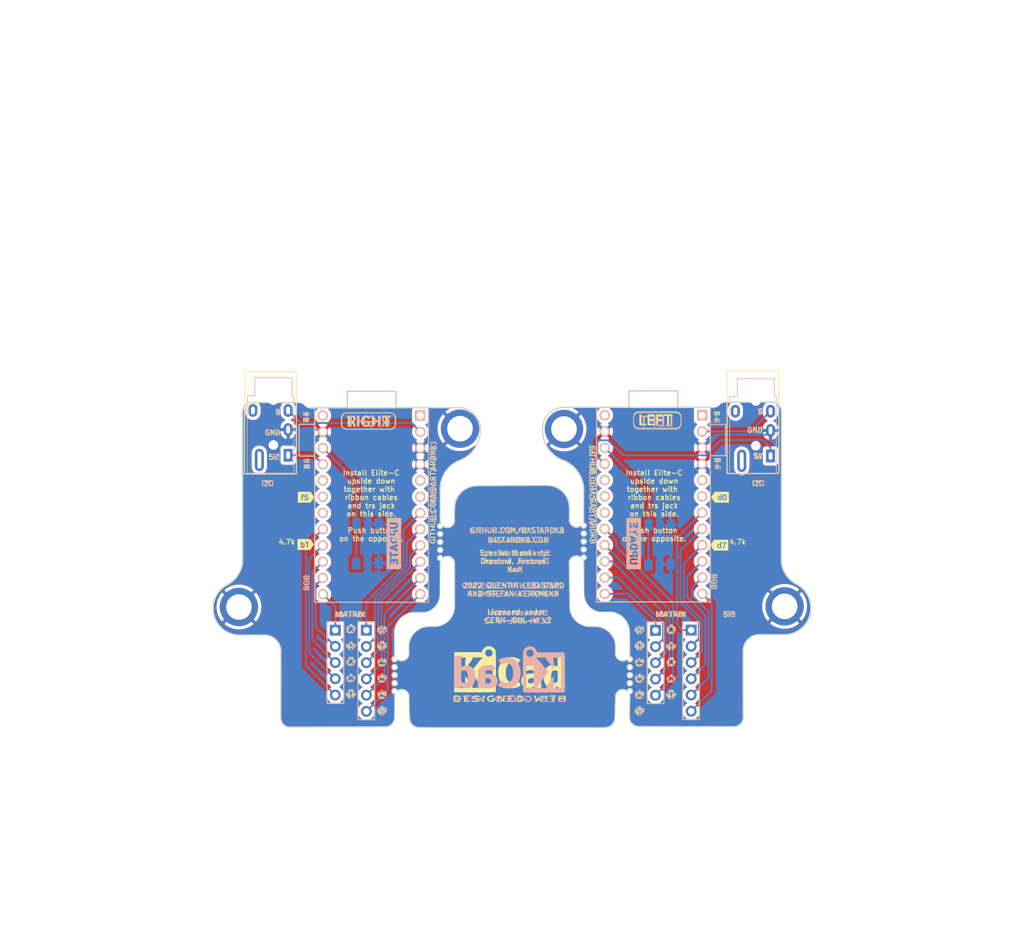
<source format=kicad_pcb>
(kicad_pcb (version 20240108) (generator "pcbnew") (generator_version "8.0")
  (layers (0 "F.Cu" signal) (31 "B.Cu" signal) (34 "B.Paste" user) (35 "F.Paste" user) (36 "B.SilkS" user "B.Silkscreen") (37 "F.SilkS" user "F.Silkscreen") (38 "B.Mask" user) (39 "F.Mask" user) (44 "Edge.Cuts" user))
  (net 0 "")
  (net 2 "Rst")
  (net 4 "Rst2")
  (net 7 "col3_l")
  (net 8 "row1_l")
  (net 9 "col2_l")
  (net 10 "col1_l")
  (net 11 "row2_l")
  (net 12 "row4_l")
  (net 13 "row3_l")
  (net 14 "col4_l")
  (net 15 "col5_l")
  (net 16 "col6_l")
  (net 17 "row5_l")
  (net 18 "col3_r")
  (net 19 "row1_r")
  (net 20 "col2_r")
  (net 21 "col1_r")
  (net 22 "row2_r")
  (net 23 "row4_r")
  (net 24 "row3_r")
  (net 25 "col4_r")
  (net 26 "col5_r")
  (net 27 "col6_r")
  (net 28 "row5_r")
  (net 29 "GND")
  (net 32 "+5V")
  (net 33 "serial_r")
  (net 39 "serial_l")
  (footprint "Library:5_PinHeader" (layer "F.Cu") (at 127.832542 102.8)
    (property "Reference" "J9" (hide yes))
    (property "Value" "Ribbon")
  )
  (footprint "LOGO" (layer "F.Cu") (at 155 109.7)
    (property "Reference" "G***" (hide yes))
    (property "Value" "LOGO" (hide yes))
  )
  (footprint "Library:6_PinHeader" (layer "F.Cu") (at 183.489459 102.790001)
    (property "Reference" "J12" (hide yes))
    (property "Value" "Ribbon")
  )
  (footprint "kibuzzard-61F01940" (layer "F.Cu") (at 130.15 100.307596)
    (property "Reference" "kibuzzard-61F01940" (hide yes))
    (property "Value" "G***" (hide yes))
  )
  (footprint "Library:MountingHole_4mm_Pad_thin" (layer "F.Cu") (at 198.103921 99.08266)
    (property "Reference" "H3" (hide yes))
    (property "Value" "M4")
  )
  (footprint "kibuzzard-6208EE22" (layer "F.Cu") (at 188 82)
    (property "Reference" "kibuzzard-6208EE22" (hide yes))
    (property "Value" "G***" (hide yes))
  )
  (footprint "kibuzzard-620B8D91" (layer "F.Cu") (at 117.25 79.8)
    (property "Reference" "kibuzzard-620B8D91" (hide yes))
    (property "Value" "G***" (hide yes))
  )
  (footprint "Library:5_PinHeader" (layer "F.Cu") (at 177.91 102.84)
    (property "Reference" "J11" (hide yes))
    (property "Value" "Ribbon")
  )
  (footprint "kibuzzard-62094D1C" (layer "F.Cu") (at 187.9 89.5)
    (property "Reference" "kibuzzard-62094D1C" (hide yes))
    (property "Value" "G***" (hide yes))
  )
  (footprint "Library:MountingHole_4mm_Pad_thin" (layer "F.Cu") (at 112.76262 99.18266)
    (property "Reference" "H4" (hide yes))
    (property "Value" "M4")
  )
  (footprint "kibuzzard-61F019CB" (layer "F.Cu") (at 187.1 95.22795 -90)
    (property "Reference" "kibuzzard-61F019CB" (hide yes))
    (property "Value" "G***" (hide yes))
  )
  (footprint "Library:MountingHole_4mm_Pad_thin" (layer "F.Cu") (at 147.33762 71.28266)
    (property "Reference" "H2" (hide yes))
    (property "Value" "M4")
  )
  (footprint "kibuzzard-6208EFFE" (layer "F.Cu") (at 177.972311 69.878921)
    (property "Reference" "kibuzzard-6208EFFE" (hide yes))
    (property "Value" "G***" (hide yes))
  )
  (footprint "kibuzzard-61F01B61" (layer "F.Cu") (at 133.131898 70.089775)
    (property "Reference" "kibuzzard-61F01B61" (hide yes))
    (property "Value" "G***" (hide yes))
  )
  (footprint "kibuzzard-620B8D91" (layer "F.Cu") (at 194 79.8)
    (property "Reference" "kibuzzard-620B8D91" (hide yes))
    (property "Value" "G***" (hide yes))
  )
  (footprint "kibuzzard-61F01A92" (layer "F.Cu") (at 168.07 81.6 -90)
    (property "Reference" "kibuzzard-61F01A92" (hide yes))
    (property "Value" "G***" (hide yes))
  )
  (footprint "kibuzzard-62093EDE" (layer "F.Cu") (at 123.2 89.4)
    (property "Reference" "kibuzzard-62093EDE" (hide yes))
    (property "Value" "G***" (hide yes))
  )
  (footprint "kibuzzard-6208EDFE" (layer "F.Cu") (at 123.25 82)
    (property "Reference" "kibuzzard-6208EDFE" (hide yes))
    (property "Value" "G***" (hide yes))
  )
  (footprint "kibuzzard-61F01940" (layer "F.Cu") (at 180.2962 100.287596)
    (property "Reference" "kibuzzard-61F01940" (hide yes))
    (property "Value" "G***" (hide yes))
  )
  (footprint "Library:MountingHole_4mm_Pad_thin" (layer "F.Cu") (at 163.603921 71.33266)
    (property "Reference" "H1" (hide yes))
    (property "Value" "M4")
  )
  (footprint "kibuzzard-61F019CB" (layer "F.Cu") (at 123.3 95.39205 90)
    (property "Reference" "kibuzzard-61F019CB" (hide yes))
    (property "Value" "G***" (hide yes))
  )
  (footprint "kibuzzard-61F01A92" (layer "F.Cu") (at 143.1 81.6 90)
    (property "Reference" "kibuzzard-61F01A92" (hide yes))
    (property "Value" "G***" (hide yes))
  )
  (footprint "kibuzzard-61F01957" (layer "F.Cu") (at 189.423399 100.299999)
    (property "Reference" "kibuzzard-61F01957" (hide yes))
    (property "Value" "G***" (hide yes))
  )
  (footprint "Library:6_PinHeader" (layer "F.Cu") (at 132.689684 102.819999)
    (property "Reference" "J10" (hide yes))
    (property "Value" "Ribbon")
  )
  (footprint "kibuzzard-61F01957" (layer "B.Cu") (at 189.443399 100.299999 180)
    (property "Reference" "kibuzzard-61F01957" (hide yes))
    (property "Value" "G***" (hide yes))
  )
  (footprint "kibuzzard-61F01C84" (layer "B.Cu") (at 137 89.25 -90)
    (property "Reference" "kibuzzard-61F01C84" (hide yes))
    (property "Value" "G***" (hide yes))
  )
  (footprint "kibuzzard-61F019CB" (layer "B.Cu") (at 123.3 95.42 -90)
    (property "Reference" "kibuzzard-61F019CB" (hide yes))
    (property "Value" "G***" (hide yes))
  )
  (footprint "kibuzzard-620B8D91" (layer "B.Cu") (at 194 79.8 180)
    (property "Reference" "kibuzzard-620B8D91" (hide yes))
    (property "Value" "G***" (hide yes))
  )
  (footprint "Library:Jack_3.5mm_PJ320E_Horizontal" (layer "B.Cu") (at 195.898921 75.55266 180)
    (property "Reference" "J2" (hide yes))
    (property "Value" "Serial")
  )
  (footprint "Library:ProMicro" (layer "B.Cu") (at 177.59 83.15 -90)
    (property "Reference" "U4" (hide yes))
    (property "Value" "ProMicro")
  )
  (footprint "Library:PushSwitch" (layer "B.Cu") (at 178.6 89.5 -90)
    (property "Reference" "SW2" (hide yes))
    (property "Value" "SW_SPST")
  )
  (footprint "kibuzzard-61F01C84" (layer "B.Cu") (at 174.5 89.25 90)
    (property "Reference" "kibuzzard-61F01C84" (hide yes))
    (property "Value" "G***" (hide yes))
  )
  (footprint "kibuzzard-6208EFFE" (layer "B.Cu") (at 177.972311 70.078921 180)
    (property "Reference" "kibuzzard-6208EFFE" (hide yes))
    (property "Value" "G***" (hide yes))
  )
  (footprint "Library:ProMicro" (layer "B.Cu") (at 133.51 83.2 -90)
    (property "Reference" "U3" (hide yes))
    (property "Value" "ProMicro")
  )
  (footprint "kibuzzard-620B8D91" (layer "B.Cu") (at 117.25 79.8 180)
    (property "Reference" "kibuzzard-620B8D91" (hide yes))
    (property "Value" "G***" (hide yes))
  )
  (footprint "Library:PushSwitch" (layer "B.Cu") (at 132.9 89.3 -90)
    (property "Reference" "SW1" (hide yes))
    (property "Value" "SW_SPST")
  )
  (footprint "Library:Jack_3.5mm_PJ320E_Horizontal" (layer "B.Cu") (at 120.45262 75.42766 180)
    (property "Reference" "J1" (hide yes))
    (property "Value" "Serial" (hide yes))
  )
  (footprint "kibuzzard-61F01940" (layer "B.Cu") (at 130.2 100.307596 180)
    (property "Reference" "kibuzzard-61F01940" (hide yes))
    (property "Value" "G***" (hide yes))
  )
  (footprint "LOGO" (layer "B.Cu") (at 155.137365 109.729936 180)
    (property "Reference" "G***" (hide yes))
    (property "Value" "LOGO" (hide yes))
  )
  (footprint "kibuzzard-61F01940" (layer "B.Cu") (at 180.3462 100.287596 180)
    (property "Reference" "kibuzzard-61F01940" (hide yes))
    (property "Value" "G***" (hide yes))
  )
  (footprint "kibuzzard-61F01B61" (layer "B.Cu") (at 132.951528 70.110754 180)
    (property "Reference" "kibuzzard-61F01B61" (hide yes))
    (property "Value" "G***" (hide yes))
  )
  (footprint "kibuzzard-61F019CB" (layer "B.Cu") (at 187.1 95.2 90)
    (property "Reference" "kibuzzard-61F019CB" (hide yes))
    (property "Value" "G***" (hide yes))
  )
  (gr_arc (start 129.654811 71.391078) (mid 129.111527 71.160324) (end 128.873922 70.62) (stroke (width 0.15)) (layer "B.SilkS"))
  (gr_line (start 181.893389 69.571081) (end 181.893389 70.590192) (stroke (width 0.12)) (layer "B.SilkS"))
  (gr_rect (start 122.17 70.61) (end 124.57 75.56) (stroke (width 0.15)) (fill none) (layer "B.SilkS"))
  (gr_arc (start 175.272311 71.371081) (mid 174.72906 71.140293) (end 174.491422 70.600003) (stroke (width 0.12)) (layer "B.SilkS"))
  (gr_line (start 136.495 68.82) (end 129.67 68.82) (stroke (width 0.15)) (layer "B.SilkS"))
  (gr_arc (start 181.1125 68.800003) (mid 181.655751 69.030791) (end 181.893389 69.571081) (stroke (width 0.12)) (layer "B.SilkS"))
  (gr_arc (start 181.893389 70.590192) (mid 181.653719 71.142086) (end 181.097311 71.371082) (stroke (width 0.12)) (layer "B.SilkS"))
  (gr_line (start 175.272311 71.371081) (end 181.097311 71.371081) (stroke (width 0.12)) (layer "B.SilkS"))
  (gr_line (start 174.491422 70.600003) (end 174.491422 69.580892) (stroke (width 0.12)) (layer "B.SilkS"))
  (gr_line (start 181.1125 68.800003) (end 175.2875 68.800002) (stroke (width 0.12)) (layer "B.SilkS"))
  (gr_arc (start 136.495 68.82) (mid 137.038284 69.050754) (end 137.275889 69.591078) (stroke (width 0.15)) (layer "B.SilkS"))
  (gr_line (start 129.654811 71.391078) (end 136.479811 71.391079) (stroke (width 0.15)) (layer "B.SilkS"))
  (gr_line (start 137.275889 69.591078) (end 137.275889 70.610189) (stroke (width 0.15)) (layer "B.SilkS"))
  (gr_arc (start 174.491422 69.580892) (mid 174.731092 69.028998) (end 175.2875 68.800002) (stroke (width 0.12)) (layer "B.SilkS"))
  (gr_line (start 128.873922 70.62) (end 128.873922 69.600889) (stroke (width 0.15)) (layer "B.SilkS"))
  (gr_arc (start 128.873922 69.600889) (mid 129.113616 69.04902) (end 129.67 68.819999) (stroke (width 0.15)) (layer "B.SilkS"))
  (gr_rect (start 186.47 70.6) (end 188.87 75.5) (stroke (width 0.15)) (fill none) (layer "B.SilkS"))
  (gr_arc (start 137.275889 70.610189) (mid 137.036195 71.162058) (end 136.479811 71.391079) (stroke (width 0.15)) (layer "B.SilkS"))
  (gr_rect (start 186.47 70.6) (end 188.87 75.52) (stroke (width 0.15)) (fill none) (layer "F.SilkS"))
  (gr_line (start 128.807537 70.58921) (end 128.807537 69.570099) (stroke (width 0.15)) (layer "F.SilkS"))
  (gr_line (start 129.603615 71.3701) (end 136.428615 71.370099) (stroke (width 0.15)) (layer "F.SilkS"))
  (gr_arc (start 137.209504 70.599021) (mid 136.971899 71.139345) (end 136.428615 71.370099) (stroke (width 0.15)) (layer "F.SilkS"))
  (gr_line (start 181.893389 69.409811) (end 181.893389 70.428922) (stroke (width 0.12)) (layer "F.SilkS"))
  (gr_arc (start 181.893389 70.428922) (mid 181.655751 70.969212) (end 181.1125 71.2) (stroke (width 0.12)) (layer "F.SilkS"))
  (gr_rect (start 122.17 70.61) (end 124.57 75.58) (stroke (width 0.15)) (fill none) (layer "F.SilkS"))
  (gr_arc (start 181.097311 68.628921) (mid 181.653719 68.857917) (end 181.893389 69.409811) (stroke (width 0.12)) (layer "F.SilkS"))
  (gr_arc (start 175.2875 71.200001) (mid 174.731092 70.971005) (end 174.491422 70.419111) (stroke (width 0.12)) (layer "F.SilkS"))
  (gr_arc (start 174.491422 69.4) (mid 174.72906 68.85971) (end 175.272311 68.628922) (stroke (width 0.12)) (layer "F.SilkS"))
  (gr_line (start 174.491422 70.419111) (end 174.491422 69.4) (stroke (width 0.12)) (layer "F.SilkS"))
  (gr_line (start 181.097311 68.628921) (end 175.272311 68.628922) (stroke (width 0.12)) (layer "F.SilkS"))
  (gr_arc (start 128.807537 69.570099) (mid 129.045142 69.029775) (end 129.588426 68.799021) (stroke (width 0.15)) (layer "F.SilkS"))
  (gr_arc (start 129.603615 71.3701) (mid 129.047231 71.141079) (end 128.807537 70.58921) (stroke (width 0.15)) (layer "F.SilkS"))
  (gr_line (start 175.2875 71.2) (end 181.1125 71.2) (stroke (width 0.12)) (layer "F.SilkS"))
  (gr_rect (start 113.62762 62.38266) (end 121.73762 78.38266) (stroke (width 0.15)) (fill none) (layer "F.SilkS"))
  (gr_line (start 137.209504 69.57991) (end 137.209504 70.599021) (stroke (width 0.15)) (layer "F.SilkS"))
  (gr_rect (start 189.088921 62.28266) (end 197.198921 78.28266) (stroke (width 0.15)) (fill none) (layer "F.SilkS"))
  (gr_arc (start 136.413426 68.79902) (mid 136.96981 69.028041) (end 137.209504 69.57991) (stroke (width 0.15)) (layer "F.SilkS"))
  (gr_line (start 136.413426 68.799021) (end 129.588426 68.799021) (stroke (width 0.15)) (layer "F.SilkS"))
  (gr_arc (start 173.792097 112.733917) (mid 173.876853 112.972999) (end 173.90589 113.224993) (stroke (width 0.2)) (layer "Edge.Cuts"))
  (gr_arc (start 113.341486 91.773749) (mid 112.713926 94.049213) (end 111.001486 95.673749) (stroke (width 0.2)) (layer "Edge.Cuts"))
  (gr_line (start 168.715247 102.254538) (end 167.490399 102.254538) (stroke (width 0.1)) (layer "Edge.Cuts"))
  (gr_line (start 137.096291 106.475003) (end 137.07 103.02) (stroke (width 0.1)) (layer "Edge.Cuts"))
  (gr_arc (start 123.961303 68.03306) (mid 123.432539 67.923329) (end 123 67.6) (stroke (width 0.1)) (layer "Edge.Cuts"))
  (gr_line (start 120.775358 117.982362) (end 135.631351 117.953354) (stroke (width 0.2)) (layer "Edge.Cuts"))
  (gr_circle (center 166.676385 90.188657) (end 166.676385 90.588657) (stroke (width 0.2)) (fill none) (layer "Edge.Cuts"))
  (gr_arc (start 144.230005 80.872466) (mid 144.961194 78.178153) (end 147.046951 76.322466) (stroke (width 0.2)) (layer "Edge.Cuts"))
  (gr_line (start 170.932032 99.95202) (end 169.060898 99.95202) (stroke (width 0.1)) (layer "Edge.Cuts"))
  (gr_line (start 141.87 100.02) (end 139.998866 100.02) (stroke (width 0.1)) (layer "Edge.Cuts"))
  (gr_circle (center 137.102181 109.849998) (end 137.102181 110.249998) (stroke (width 0.2)) (fill none) (layer "Edge.Cuts"))
  (gr_arc (start 146.48 85.627716) (mid 145.830958 86.649039) (end 144.631224 86.490941) (stroke (width 0.2)) (layer "Edge.Cuts"))
  (gr_line (start 139.454235 116.557869) (end 139.358068 113.221065) (stroke (width 0.1)) (layer "Edge.Cuts"))
  (gr_arc (start 144.353864 91.890163) (mid 143.92409 91.26161) (end 144.640003 91.520942) (stroke (width 0.2)) (layer "Edge.Cuts"))
  (gr_arc (start 191.628074 116.465413) (mid 191.192415 117.495394) (end 190.15554 117.914382) (stroke (width 0.2)) (layer "Edge.Cuts"))
  (gr_line (start 146.48 85.627716) (end 146.488218 83.7) (stroke (width 0.1)) (layer "Edge.Cuts"))
  (gr_line (start 140.903204 118.03399) (end 170.087195 118.041847) (stroke (width 0.1)) (layer "Edge.Cuts"))
  (gr_arc (start 166.560598 91.822183) (mid 166.648817 92.061652) (end 166.689112 92.313653) (stroke (width 0.2)) (layer "Edge.Cuts"))
  (gr_line (start 173.90589 113.224993) (end 173.837548 116.409253) (stroke (width 0.1)) (layer "Edge.Cuts"))
  (gr_arc (start 168.715247 102.254538) (mid 170.739638 103.207857) (end 171.644113 105.254538) (stroke (width 0.1)) (layer "Edge.Cuts"))
  (gr_arc (start 173.504672 112.365697) (mid 174.219675 112.103869) (end 173.792097 112.733917) (stroke (width 0.2)) (layer "Edge.Cuts"))
  (gr_line (start 144.230005 85.631645) (end 144.230005 80.872466) (stroke (width 0.1)) (layer "Edge.Cuts"))
  (gr_line (start 112.943471 103.585074) (end 116.773949 103.576051) (stroke (width 0.2)) (layer "Edge.Cuts"))
  (gr_arc (start 147.305648 67.994096) (mid 149.64034 69.075303) (end 150.500942 71.5) (stroke (width 0.2)) (layer "Edge.Cuts"))
  (gr_arc (start 144.17 97.12) (mid 143.551367 98.991429) (end 141.87 100.02) (stroke (width 0.1)) (layer "Edge.Cuts"))
  (gr_arc (start 199.929412 95.605769) (mid 202.084528 100.328794) (end 197.987427 103.517094) (stroke (width 0.2)) (layer "Edge.Cuts"))
  (gr_circle (center 144.233714 87.756642) (end 144.233714 88.156642) (stroke (width 0.2)) (fill none) (layer "Edge.Cuts"))
  (gr_arc (start 173.894109 106.475005) (mid 173.865952 106.727098) (end 173.782031 106.966475) (stroke (width 0.2)) (layer "Edge.Cuts"))
  (gr_arc (start 160.25 71.5) (mid 161.167564 68.985797) (end 163.62525 67.926116) (stroke (width 0.2)) (layer "Edge.Cuts"))
  (gr_line (start 137.108072 113.224991) (end 137.09335 116.477233) (stroke (width 0.1)) (layer "Edge.Cuts"))
  (gr_circle (center 144.235895 89.00664) (end 144.235895 89.40664) (stroke (width 0.2)) (fill none) (layer "Edge.Cuts"))
  (gr_arc (start 150.500942 71.5) (mid 149.564986 74.477799) (end 147.046951 76.322466) (stroke (width 0.2)) (layer "Edge.Cuts"))
  (gr_circle (center 173.902181 111.099996) (end 173.902181 110.699996) (stroke (width 0.2)) (fill none) (layer "Edge.Cuts"))
  (gr_arc (start 137.506289 112.3643) (mid 138.705464 112.202013) (end 139.358068 113.221065) (stroke (width 0.2)) (layer "Edge.Cuts"))
  (gr_arc (start 144.640003 91.520942) (mid 145.839178 91.358655) (end 146.491782 92.377707) (stroke (width 0.2)) (layer "Edge.Cuts"))
  (gr_line (start 186.969595 67.96508) (end 163.62525 67.926116) (stroke (width 0.2)) (layer "Edge.Cuts"))
  (gr_arc (start 144.241786 92.381633) (mid 144.269943 92.12954) (end 144.353864 91.890163) (stroke (width 0.2)) (layer "Edge.Cuts"))
  (gr_line (start 171.644113 106.478931) (end 171.644113 105.254538) (stroke (width 0.1)) (layer "Edge.Cuts"))
  (gr_line (start 144.17 97.12) (end 144.241786 92.381633) (stroke (width 0.1)) (layer "Edge.Cuts"))
  (gr_line (start 191.616949 106.048071) (end 191.628074 116.465413) (stroke (width 0.2)) (layer "Edge.Cuts"))
  (gr_arc (start 170.932032 99.95202) (mid 172.956423 100.905339) (end 173.860898 102.95202) (stroke (width 0.1)) (layer "Edge.Cuts"))
  (gr_arc (start 139.346286 106.471074) (mid 138.697244 107.492397) (end 137.49751 107.334299) (stroke (width 0.2)) (layer "Edge.Cuts"))
  (gr_arc (start 137.210084 106.966079) (mid 137.125328 106.726997) (end 137.096291 106.475003) (stroke (width 0.2)) (layer "Edge.Cuts"))
  (gr_line (start 164.434462 85.559736) (end 164.44268 83.63202) (stroke (width 0.1)) (layer "Edge.Cuts"))
  (gr_line (start 166.689112 92.313653) (end 166.760898 97.05202) (stroke (width 0.1)) (layer "Edge.Cuts"))
  (gr_line (start 146.491782 92.377707) (end 146.5 99.317815) (stroke (width 0.1)) (layer "Edge.Cuts"))
  (gr_arc (start 166.283238 86.422961) (mid 165.083504 86.581059) (end 164.434462 85.559736) (stroke (width 0.2)) (layer "Edge.Cuts"))
  (gr_circle (center 173.9 109.849998) (end 173.9 109.449998) (stroke (width 0.2)) (fill none) (layer "Edge.Cuts"))
  (gr_line (start 147.305648 67.994096) (end 123.961303 68.03306) (stroke (width 0.2)) (layer "Edge.Cuts"))
  (gr_arc (start 122.1 67.2) (mid 122.587196 67.31631) (end 123 67.6) (stroke (width 0.1)) (layer "Edge.Cuts"))
  (gr_line (start 139.346286 105.246681) (end 139.346286 106.471074) (stroke (width 0.1)) (layer "Edge.Cuts"))
  (gr_arc (start 187.930898 67.53202) (mid 187.498359 67.855349) (end 186.969595 67.96508) (stroke (width 0.1)) (layer "Edge.Cuts"))
  (gr_line (start 122.1 67.2) (end 114.781486 67.183749) (stroke (width 0.2)) (layer "Edge.Cuts"))
  (gr_arc (start 139.346286 105.246681) (mid 140.250761 103.2) (end 142.275152 102.246681) (stroke (width 0.1)) (layer "Edge.Cuts"))
  (gr_arc (start 167.490399 102.254538) (mid 165.443718 101.350063) (end 164.490399 99.325672) (stroke (width 0.1)) (layer "Edge.Cuts"))
  (gr_circle (center 173.897818 108.600001) (end 173.897818 108.200001) (stroke (width 0.2)) (fill none) (layer "Edge.Cuts"))
  (gr_arc (start 163.703991 76.322466) (mid 161.185957 74.477798) (end 160.25 71.5) (stroke (width 0.2)) (layer "Edge.Cuts"))
  (gr_circle (center 137.1 108.6) (end 137.1 109) (stroke (width 0.2)) (fill none) (layer "Edge.Cuts"))
  (gr_arc (start 137.497509 107.334299) (mid 136.782506 107.596127) (end 137.210084 106.966079) (stroke (width 0.2)) (layer "Edge.Cuts"))
  (gr_arc (start 169.060898 99.95202) (mid 167.379531 98.923449) (end 166.760898 97.05202) (stroke (width 0.1)) (layer "Edge.Cuts"))
  (gr_arc (start 112.943471 103.585074) (mid 108.84637 100.396774) (end 111.001486 95.673749) (stroke (width 0.2)) (layer "Edge.Cuts"))
  (gr_arc (start 144.343798 86.122721) (mid 144.259042 85.883639) (end 144.230005 85.631645) (stroke (width 0.2)) (layer "Edge.Cuts"))
  (gr_line (start 173.860898 102.95202) (end 173.894109 106.475005) (stroke (width 0.1)) (layer "Edge.Cuts"))
  (gr_line (start 175.299547 117.885374) (end 190.15554 117.914382) (stroke (width 0.2)) (layer "Edge.Cuts"))
  (gr_circle (center 137.104363 111.099995) (end 137.104363 111.499995) (stroke (width 0.2)) (fill none) (layer "Edge.Cuts"))
  (gr_arc (start 113.331486 68.653749) (mid 113.754912 67.621278) (end 114.781486 67.183749) (stroke (width 0.2)) (layer "Edge.Cuts"))
  (gr_arc (start 146.5 99.317815) (mid 145.546681 101.342206) (end 143.5 102.246681) (stroke (width 0.1)) (layer "Edge.Cuts"))
  (gr_line (start 197.589412 91.705769) (end 197.599412 68.585769) (stroke (width 0.2)) (layer "Edge.Cuts"))
  (gr_line (start 119.302824 116.533393) (end 119.313949 106.116051) (stroke (width 0.2)) (layer "Edge.Cuts"))
  (gr_arc (start 187.930898 67.53202) (mid 188.343703 67.24833) (end 188.830898 67.13202) (stroke (width 0.1)) (layer "Edge.Cuts"))
  (gr_arc (start 163.703991 76.322466) (mid 165.856247 78.16381) (end 166.684457 80.872466) (stroke (width 0.2)) (layer "Edge.Cuts"))
  (gr_arc (start 173.782031 106.966475) (mid 174.211805 107.595028) (end 173.495892 107.335696) (stroke (width 0.2)) (layer "Edge.Cuts"))
  (gr_line (start 194.156949 103.508071) (end 197.987427 103.517094) (stroke (width 0.2)) (layer "Edge.Cuts"))
  (gr_arc (start 137.09335 116.477233) (mid 136.67 117.52) (end 135.631351 117.953354) (stroke (width 0.2)) (layer "Edge.Cuts"))
  (gr_arc (start 171.655895 113.228922) (mid 172.304937 112.207599) (end 173.504671 112.365697) (stroke (width 0.2)) (layer "Edge.Cuts"))
  (gr_arc (start 173.495892 107.335696) (mid 172.296717 107.497983) (end 171.644113 106.478931) (stroke (width 0.2)) (layer "Edge.Cuts"))
  (gr_arc (start 120.775358 117.982362) (mid 119.738483 117.563374) (end 119.302824 116.533393) (stroke (width 0.2)) (layer "Edge.Cuts"))
  (gr_line (start 143.5 102.246681) (end 142.275152 102.246681) (stroke (width 0.1)) (layer "Edge.Cuts"))
  (gr_arc (start 171.536164 116.565726) (mid 171.117394 117.603878) (end 170.087195 118.041847) (stroke (width 0.2)) (layer "Edge.Cuts"))
  (gr_circle (center 166.678567 88.93866) (end 166.678567 89.33866) (stroke (width 0.2)) (fill none) (layer "Edge.Cuts"))
  (gr_circle (center 166.680748 87.688662) (end 166.680748 88.088662) (stroke (width 0.2)) (fill none) (layer "Edge.Cuts"))
  (gr_arc (start 166.684457 85.563665) (mid 166.65542 85.815659) (end 166.570664 86.054741) (stroke (width 0.2)) (layer "Edge.Cuts"))
  (gr_arc (start 116.773949 103.576051) (mid 118.57 104.32) (end 119.313949 106.116051) (stroke (width 0.2)) (layer "Edge.Cuts"))
  (gr_arc (start 144.631223 86.490941) (mid 143.91622 86.752769) (end 144.343798 86.122721) (stroke (width 0.2)) (layer "Edge.Cuts"))
  (gr_line (start 171.655895 113.228922) (end 171.536164 116.565726) (stroke (width 0.1)) (layer "Edge.Cuts"))
  (gr_arc (start 146.488218 83.7) (mid 147.519123 81.230649) (end 149.999469 80.226486) (stroke (width 0.2)) (layer "Edge.Cuts"))
  (gr_arc (start 137.108072 113.224991) (mid 137.136229 112.972898) (end 137.22015 112.733521) (stroke (width 0.2)) (layer "Edge.Cuts"))
  (gr_line (start 196.149412 67.115769) (end 188.830898 67.13202) (stroke (width 0.2)) (layer "Edge.Cuts"))
  (gr_arc (start 137.07 103.02) (mid 137.974475 100.973319) (end 139.998866 100.02) (stroke (width 0.1)) (layer "Edge.Cuts"))
  (gr_arc (start 140.903204 118.03399) (mid 139.873005 117.596021) (end 139.454235 116.557869) (stroke (width 0.2)) (layer "Edge.Cuts"))
  (gr_arc (start 175.299547 117.885374) (mid 174.260898 117.45202) (end 173.837548 116.409253) (stroke (width 0.2)) (layer "Edge.Cuts"))
  (gr_line (start 164.42268 92.309727) (end 164.490399 99.325672) (stroke (width 0.1)) (layer "Edge.Cuts"))
  (gr_arc (start 199.929412 95.605769) (mid 198.216972 93.981233) (end 197.589412 91.705769) (stroke (width 0.2)) (layer "Edge.Cuts"))
  (gr_line (start 166.684457 80.872466) (end 166.684457 85.563665) (stroke (width 0.1)) (layer "Edge.Cuts"))
  (gr_arc (start 164.42268 92.309727) (mid 165.075283 91.290673) (end 166.274459 91.452962) (stroke (width 0.2)) (layer "Edge.Cuts"))
  (gr_arc (start 196.149412 67.115769) (mid 197.175986 67.553298) (end 197.599412 68.585769) (stroke (width 0.2)) (layer "Edge.Cuts"))
  (gr_arc (start 160.931429 80.158506) (mid 163.411775 81.162669) (end 164.44268 83.63202) (stroke (width 0.2)) (layer "Edge.Cuts"))
  (gr_circle (center 144.238077 90.256637) (end 144.238077 90.656637) (stroke (width 0.2)) (fill none) (layer "Edge.Cuts"))
  (gr_arc (start 137.22015 112.733521) (mid 136.790376 112.104968) (end 137.506289 112.3643) (stroke (width 0.2)) (layer "Edge.Cuts"))
  (gr_line (start 113.331486 68.653749) (end 113.341486 91.773749) (stroke (width 0.2)) (layer "Edge.Cuts"))
  (gr_arc (start 166.570664 86.054741) (mid 166.998242 86.684789) (end 166.283239 86.422961) (stroke (width 0.2)) (layer "Edge.Cuts"))
  (gr_arc (start 166.274459 91.452962) (mid 166.990372 91.19363) (end 166.560598 91.822183) (stroke (width 0.2)) (layer "Edge.Cuts"))
  (gr_line (start 149.999469 80.226486) (end 160.931429 80.158506) (stroke (width 0.1)) (layer "Edge.Cuts"))
  (gr_arc (start 191.616949 106.048071) (mid 192.360898 104.25202) (end 194.156949 103.508071) (stroke (width 0.2)) (layer "Edge.Cuts"))
  (gr_text "ELITE-C HOLDER 2.1" (at 143.25 79.55 90) (layer "B.SilkS") (effects (font (size 0.8 0.8)) (justify mirror)))
  (gr_text "R4" (at 175.37 102.76 -45) (layer "B.SilkS") (effects (font (size 0.8 0.8)) (justify mirror)))
  (gr_text "C2" (at 180.3462 107.82 -45) (layer "B.SilkS") (effects (font (size 0.8 0.8)) (justify mirror)))
  (gr_text "C4" (at 175.37 107.84 -45) (layer "B.SilkS") (effects (font (size 0.8 0.8)) (justify mirror)))
  (gr_text "R4" (at 135.0938 102.760001 315) (layer "B.SilkS") (effects (font (size 0.8 0.8)) (justify mirror)))
  (gr_text "C6" (at 135.0938 112.920001 315) (layer "B.SilkS") (effects (font (size 0.8 0.8)) (justify mirror)))
  (gr_text "R5" (at 135.0938 115.460001 315) (layer "B.SilkS") (effects (font (size 0.8 0.8)) (justify mirror)))
  (gr_text "R2" (at 180.3462 112.9 -45) (layer "B.SilkS") (effects (font (size 0.8 0.8)) (justify mirror)))
  (gr_text "C6" (at 175.37 112.92 -45) (layer "B.SilkS") (effects (font (size 0.8 0.8)) (justify mirror)))
  (gr_text "R5" (at 175.3446 115.454058 -45) (layer "B.SilkS") (effects (font (size 0.8 0.8)) (justify mirror)))
  (gr_text "GND" (at 117.984762 71.88 0) (layer "B.SilkS") (effects (font (size 0.8 0.8)) (justify mirror)))
  (gr_text "B-" (at 187.6 76.8 270) (layer "B.SilkS") (effects (font (size 0.8 0.8)) (justify mirror)))
  (gr_text "GND" (at 193.414762 71.55 0) (layer "B.SilkS") (effects (font (size 0.8 0.8)) (justify mirror)))
  (gr_text "C1" (at 130.25 110.279999 -45) (layer "B.SilkS") (effects (font (size 0.8 0.8)) (justify mirror)))
  (gr_text "R1" (at 180.3462 105.28 -45) (layer "B.SilkS") (effects (font (size 0.8 0.8)) (justify mirror)))
  (gr_text "5V" (at 193.91 75.65 0) (layer "B.SilkS") (effects (font (size 0.8 0.8)) (justify mirror)))
  (gr_text "R1" (at 130.25 105.199999 -45) (layer "B.SilkS") (effects (font (size 0.8 0.8)) (justify mirror)))
  (gr_text "C5" (at 175.37 110.38 -45) (layer "B.SilkS") (effects (font (size 0.8 0.8)) (justify mirror)))
  (gr_text "2022 QUENTIN LEBASTARD\nAND STEFAN KERKMANN\n" (at 155.55 96.5 0) (layer "B.SilkS") (effects (font (size 0.8 0.8)) (justify mirror)))
  (gr_text "C4" (at 135.0938 107.840001 315) (layer "B.SilkS") (effects (font (size 0.8 0.8)) (justify mirror)))
  (gr_text "ELITE-C HOLDER 2.1" (at 167.95 80.05 270) (layer "B.SilkS") (effects (font (size 0.8 0.8)) (justify mirror)))
  (gr_text "BASTARDKB.COM" (at 156.47 88.72 0) (layer "B.SilkS") (effects (font (size 0.8 0.8) (thickness 0.12)) (justify mirror)))
  (gr_text "Special thanks to:\nDrashna, Freznel \nKarl" (at 155.92 92.02 0) (layer "B.SilkS") (effects (font (size 0.8 0.8)) (justify mirror)))
  (gr_text "R3" (at 135.0938 105.300001 315) (layer "B.SilkS") (effects (font (size 0.8 0.8)) (justify mirror)))
  (gr_text "S" (at 194.252857 68.65 0) (layer "B.SilkS") (effects (font (size 0.8 0.8)) (justify mirror)))
  (gr_text "S" (at 118.822857 68.68 0) (layer "B.SilkS") (effects (font (size 0.8 0.8)) (justify mirror)))
  (gr_text "5V" (at 118.48 75.68 0) (layer "B.SilkS") (effects (font (size 0.8 0.8)) (justify mirror)))
  (gr_text "R2" (at 130.25 112.819999 -45) (layer "B.SilkS") (effects (font (size 0.8 0.8)) (justify mirror)))
  (gr_text "C3" (at 180.3462 102.74 -45) (layer "B.SilkS") (effects (font (size 0.8 0.8)) (justify mirror)))
  (gr_text "C3" (at 130.25 102.659999 -45) (layer "B.SilkS") (effects (font (size 0.8 0.8)) (justify mirror)))
  (gr_text "GITHUB.COM/BASTARDKB" (at 156.15 87.25 0) (layer "B.SilkS") (effects (font (size 0.8 0.8) (thickness 0.12)) (justify mirror)))
  (gr_text "R3" (at 175.37 105.3 -45) (layer "B.SilkS") (effects (font (size 0.8 0.8)) (justify mirror)))
  (gr_text "C1" (at 180.3462 110.36 -45) (layer "B.SilkS") (effects (font (size 0.8 0.8)) (justify mirror)))
  (gr_text "B-" (at 123.4 76.8 90) (layer "B.SilkS") (effects (font (size 0.8 0.8)) (justify mirror)))
  (gr_text "C2" (at 130.25 107.739999 -45) (layer "B.SilkS") (effects (font (size 0.8 0.8)) (justify mirror)))
  (gr_text "B+" (at 187.5 69.5 -90) (layer "B.SilkS") (effects (font (size 0.8 0.8)) (justify mirror)))
  (gr_text "C5" (at 135.0938 110.380001 315) (layer "B.SilkS") (effects (font (size 0.8 0.8)) (justify mirror)))
  (gr_text "Licensed under \nCERN-OHL-W v2" (at 156.22 100.72 0) (layer "B.SilkS") (effects (font (size 0.8 0.8)) (justify mirror)))
  (gr_text "B+" (at 123.3 69.5 90) (layer "B.SilkS") (effects (font (size 0.8 0.8)) (justify mirror)))
  (gr_text "R3" (at 135.17 105.3 45) (layer "F.SilkS") (effects (font (size 0.8 0.8))))
  (gr_text "R4" (at 175.4462 102.760001 45) (layer "F.SilkS") (effects (font (size 0.8 0.8))))
  (gr_text "C2" (at 130.2754 107.74 45) (layer "F.SilkS") (effects (font (size 0.8 0.8))))
  (gr_text "B-" (at 187.6 76.7 -90) (layer "F.SilkS") (effects (font (size 0.8 0.8))))
  (gr_text "C2" (at 180.3716 107.820001 45) (layer "F.SilkS") (effects (font (size 0.8 0.8))))
  (gr_text "B+" (at 123.3 69.4 90) (layer "F.SilkS") (effects (font (size 0.8 0.8))))
  (gr_text "2022 QUENTIN LEBASTARD\nAND STEFAN KERKMANN" (at 155.704994 96.470539 0) (layer "F.SilkS") (effects (font (size 0.8 0.8))))
  (gr_text "C4" (at 135.17 107.84 45) (layer "F.SilkS") (effects (font (size 0.8 0.8))))
  (gr_text "R2" (at 130.2754 112.82 45) (layer "F.SilkS") (effects (font (size 0.8 0.8))))
  (gr_text "5V" (at 118.111953 75.71 0) (layer "F.SilkS") (effects (font (size 0.8 0.8))))
  (gr_text "BASTARDKB.COM" (at 156.47 88.72 0) (layer "F.SilkS") (effects (font (size 0.8 0.8) (thickness 0.12))))
  (gr_text "R1" (at 130.2754 105.2 45) (layer "F.SilkS") (effects (font (size 0.8 0.8))))
  (gr_text "5V" (at 193.967143 75.58 0) (layer "F.SilkS") (effects (font (size 0.8 0.8))))
  (gr_text "C6" (at 175.4462 112.920001 45) (layer "F.SilkS") (effects (font (size 0.8 0.8))))
  (gr_text "R4" (at 135.17 102.76 45) (layer "F.SilkS") (effects (font (size 0.8 0.8))))
  (gr_text "Special thanks to:\nDrashna, Freznel \nKarl" (at 155.92 92.02 0) (layer "F.SilkS") (effects (font (size 0.8 0.8))))
  (gr_text "C5" (at 175.4462 110.380001 45) (layer "F.SilkS") (effects (font (size 0.8 0.8))))
  (gr_text "C1" (at 180.3716 110.360001 45) (layer "F.SilkS") (effects (font (size 0.8 0.8))))
  (gr_text "GITHUB.COM/BASTARDKB" (at 156.32 87.2 0) (layer "F.SilkS") (effects (font (size 0.8 0.8) (thickness 0.12))))
  (gr_text "R3" (at 175.4462 105.300001 45) (layer "F.SilkS") (effects (font (size 0.8 0.8))))
  (gr_text "S" (at 194.31 68.58 0) (layer "F.SilkS") (effects (font (size 0.8 0.8))))
  (gr_text "B+" (at 187.5 69.4 270) (layer "F.SilkS") (effects (font (size 0.8 0.8))))
  (gr_text "C3" (at 180.3716 102.740001 45) (layer "F.SilkS") (effects (font (size 0.8 0.8))))
  (gr_text "R5" (at 135.1954 115.454058 45) (layer "F.SilkS") (effects (font (size 0.8 0.8))))
  (gr_text "Install Elite-C\nupside down\ntogether with \nribbon cables\nand trs jack\non this side.\n\nPush button\non the opposite." (at 133.45 83.333613 0) (layer "F.SilkS") (effects (font (size 0.8 0.8))))
  (gr_text "GND" (at 118.035762 71.91 0) (layer "F.SilkS") (effects (font (size 0.8 0.8))))
  (gr_text "4.7k" (at 190.75 89 0) (layer "F.SilkS") (effects (font (size 0.8 0.8))))
  (gr_text "C5" (at 135.17 110.38 45) (layer "F.SilkS") (effects (font (size 0.8 0.8))))
  (gr_text "C3" (at 130.2754 102.66 45) (layer "F.SilkS") (effects (font (size 0.8 0.8))))
  (gr_text "R1" (at 180.3716 105.280001 45) (layer "F.SilkS") (effects (font (size 0.8 0.8))))
  (gr_text "S" (at 118.873857 68.71 0) (layer "F.SilkS") (effects (font (size 0.8 0.8))))
  (gr_text "Install Elite-C\nupside down\ntogether with \nribbon cables\nand trs jack\non this side.\n\nPush button\non the opposite." (at 177.7 83.333613 0) (layer "F.SilkS") (effects (font (size 0.8 0.8))))
  (gr_text "B-" (at 123.4 76.7 90) (layer "F.SilkS") (effects (font (size 0.8 0.8))))
  (gr_text "C4" (at 175.4462 107.840001 45) (layer "F.SilkS") (effects (font (size 0.8 0.8))))
  (gr_text "R2" (at 180.3716 112.900001 45) (layer "F.SilkS") (effects (font (size 0.8 0.8))))
  (gr_text "R5" (at 175.4462 115.460001 45) (layer "F.SilkS") (effects (font (size 0.8 0.8))))
  (gr_text "GND" (at 193.471905 71.48 0) (layer "F.SilkS") (effects (font (size 0.8 0.8))))
  (gr_text "4.7k" (at 120.25 89 0) (layer "F.SilkS") (effects (font (size 0.8 0.8))))
  (gr_text "C1" (at 130.2754 110.28 45) (layer "F.SilkS") (effects (font (size 0.8 0.8))))
  (gr_text "Licensed under \nCERN-OHL-W v2" (at 156.47 100.62 0) (layer "F.SilkS") (effects (font (size 0.8 0.8))))
  (gr_text "C6" (at 135.17 112.92 45) (layer "F.SilkS") (effects (font (size 0.8 0.8))))
  (segment (start 131.1 86.25) (end 131.15 86.2) (width 0.3) (layer "B.Cu") (net 2))
  (segment (start 131.15 79.57) (end 125.89 74.31) (width 0.3) (layer "B.Cu") (net 2))
  (segment (start 131.1 92.4) (end 131.1 86.25) (width 0.3) (layer "B.Cu") (net 2))
  (segment (start 131.15 86.2) (end 131.15 79.57) (width 0.3) (layer "B.Cu") (net 2))
  (segment (start 176.85 86.4) (end 176.85 81.14) (width 0.3) (layer "B.Cu") (net 4))
  (segment (start 176.8 86.45) (end 176.85 86.4) (width 0.3) (layer "B.Cu") (net 4))
  (segment (start 176.8 92.6) (end 176.8 86.45) (width 0.3) (layer "B.Cu") (net 4))
  (segment (start 176.85 81.14) (end 169.97 74.26) (width 0.3) (layer "B.Cu") (net 4))
  (segment (start 127.832542 99.112542) (end 125.89 97.17) (width 0.3) (layer "B.Cu") (net 7))
  (segment (start 127.832542 102.8) (end 127.832542 99.112542) (width 0.3) (layer "B.Cu") (net 7))
  (segment (start 127.832542 105.34) (end 124.74 102.247458) (width 0.3) (layer "B.Cu") (net 8))
  (segment (start 124.74 102.247458) (end 124.74 95.78) (width 0.3) (layer "B.Cu") (net 8))
  (segment (start 124.74 95.78) (end 125.89 94.63) (width 0.3) (layer "B.Cu") (net 8))
  (segment (start 124.24 93.74) (end 125.89 92.09) (width 0.3) (layer "B.Cu") (net 9))
  (segment (start 127.832542 107.88) (end 124.24 104.287458) (width 0.3) (layer "B.Cu") (net 9))
  (segment (start 124.24 104.287458) (end 124.24 93.74) (width 0.3) (layer "B.Cu") (net 9))
  (segment (start 127.832542 110.42) (end 123.74 106.327458) (width 0.3) (layer "B.Cu") (net 10))
  (segment (start 123.74 106.327458) (end 123.74 91.7) (width 0.3) (layer "B.Cu") (net 10))
  (segment (start 123.74 91.7) (end 125.89 89.55) (width 0.3) (layer "B.Cu") (net 10))
  (segment (start 123.24 89.66) (end 125.89 87.01) (width 0.3) (layer "B.Cu") (net 11))
  (segment (start 127.832542 112.96) (end 123.24 108.367458) (width 0.3) (layer "B.Cu") (net 11))
  (segment (start 123.24 108.367458) (end 123.24 89.66) (width 0.3) (layer "B.Cu") (net 11))
  (segment (start 132.689684 98.366103) (end 138.481447 92.57434) (width 0.3) (layer "B.Cu") (net 12))
  (segment (start 132.689684 102.819999) (end 132.689684 98.366103) (width 0.3) (layer "B.Cu") (net 12))
  (segment (start 138.481447 87.118553) (end 141.13 84.47) (width 0.3) (layer "B.Cu") (net 12))
  (segment (start 138.481447 92.57434) (end 138.481447 87.118553) (width 0.3) (layer "B.Cu") (net 12))
  (segment (start 134.02 104.029683) (end 134.02 97.742894) (width 0.3) (layer "B.Cu") (net 13))
  (segment (start 138.981447 89.158553) (end 141.13 87.01) (width 0.3) (layer "B.Cu") (net 13))
  (segment (start 132.689684 105.359999) (end 134.02 104.029683) (width 0.3) (layer "B.Cu") (net 13))
  (segment (start 138.981447 92.781447) (end 138.981447 89.158553) (width 0.3) (layer "B.Cu") (net 13))
  (segment (start 134.02 97.742894) (end 138.981447 92.781447) (width 0.3) (layer "B.Cu") (net 13))
  (segment (start 139.51 92.96) (end 139.51 91.14) (width 0.3) (layer "B.Cu") (net 14))
  (segment (start 134.52 106.069683) (end 134.52 97.95) (width 0.3) (layer "B.Cu") (net 14))
  (segment (start 139.54 91.14) (end 139.51 91.14) (width 0.3) (layer "B.Cu") (net 14))
  (segment (start 132.689684 107.899999) (end 134.52 106.069683) (width 0.3) (layer "B.Cu") (net 14))
  (segment (start 141.13 89.55) (end 139.54 91.14) (width 0.3) (layer "B.Cu") (net 14))
  (segment (start 134.52 97.95) (end 139.51 92.96) (width 0.3) (layer "B.Cu") (net 14))
  (segment (start 132.689684 110.439999) (end 135.02 108.109683) (width 0.3) (layer "B.Cu") (net 15))
  (segment (start 135.02 108.109683) (end 135.02 98.2) (width 0.3) (layer "B.Cu") (net 15))
  (segment (start 135.02 98.2) (end 141.13 92.09) (width 0.3) (layer "B.Cu") (net 15))
  (segment (start 135.52 110.149683) (end 135.52 100.24) (width 0.3) (layer "B.Cu") (net 16))
  (segment (start 132.689684 112.979999) (end 135.52 110.149683) (width 0.3) (layer "B.Cu") (net 16))
  (segment (start 135.52 100.24) (end 141.13 94.63) (width 0.3) (layer "B.Cu") (net 16))
  (segment (start 136.02 102.28) (end 136.02 112.189683) (width 0.3) (layer "B.Cu") (net 17))
  (segment (start 141.13 97.17) (end 136.02 102.28) (width 0.3) (layer "B.Cu") (net 17))
  (segment (start 136.02 112.189683) (end 132.689684 115.519999) (width 0.3) (layer "B.Cu") (net 17))
  (segment (start 173.64 97.12) (end 176.975 100.455) (width 0.3) (layer "B.Cu") (net 18))
  (segment (start 177.91 101.39) (end 176.975 100.455) (width 0.3) (layer "B.Cu") (net 18))
  (segment (start 176.975 100.455) (end 177.73 101.21) (width 0.3) (layer "B.Cu") (net 18))
  (segment (start 169.97 97.12) (end 173.64 97.12) (width 0.3) (layer "B.Cu") (net 18))
  (segment (start 177.91 102.84) (end 177.91 101.39) (width 0.3) (layer "B.Cu") (net 18))
  (segment (start 172.05 94.58) (end 179.11 101.64) (width 0.3) (layer "B.Cu") (net 19))
  (segment (start 179.11 101.64) (end 179.11 104.18) (width 0.3) (layer "B.Cu") (net 19))
  (segment (start 179.11 104.18) (end 177.91 105.38) (width 0.3) (layer "B.Cu") (net 19))
  (segment (start 169.97 94.58) (end 172.05 94.58) (width 0.3) (layer "B.Cu") (net 19))
  (segment (start 179.61 106.22) (end 177.91 107.92) (width 0.3) (layer "B.Cu") (net 20))
  (segment (start 169.97 92.04) (end 171.10137 92.04) (width 0.3) (layer "B.Cu") (net 20))
  (segment (start 179.61 100.54863) (end 179.61 106.22) (width 0.3) (layer "B.Cu") (net 20))
  (segment (start 171.10137 92.04) (end 179.61 100.54863) (width 0.3) (layer "B.Cu") (net 20))
  (segment (start 169.97 89.5) (end 180.11 99.64) (width 0.3) (layer "B.Cu") (net 21))
  (segment (start 180.11 108.26) (end 177.91 110.46) (width 0.3) (layer "B.Cu") (net 21))
  (segment (start 180.11 99.64) (end 180.11 108.26) (width 0.3) (layer "B.Cu") (net 21))
  (segment (start 169.97 86.96) (end 171.76 88.75) (width 0.3) (layer "B.Cu") (net 22))
  (segment (start 171.76 88.75) (end 171.76 89.663654) (width 0.3) (layer "B.Cu") (net 22))
  (segment (start 180.61 98.513654) (end 180.61 110.3) (width 0.3) (layer "B.Cu") (net 22))
  (segment (start 171.76 89.663654) (end 180.61 98.513654) (width 0.3) (layer "B.Cu") (net 22))
  (segment (start 180.61 110.3) (end 177.91 113) (width 0.3) (layer "B.Cu") (net 22))
  (segment (start 182.190001 102.790001) (end 183.489459 102.790001) (width 0.3) (layer "B.Cu") (net 23))
  (segment (start 185.21 84.42) (end 181.3 88.33) (width 0.3) (layer "B.Cu") (net 23))
  (segment (start 181.3 88.33) (end 181.3 101.9) (width 0.3) (layer "B.Cu") (net 23))
  (segment (start 181.3 101.9) (end 182.190001 102.790001) (width 0.3) (layer "B.Cu") (net 23))
  (segment (start 181.8 90.37) (end 181.8 98.5) (width 0.3) (layer "B.Cu") (net 24))
  (segment (start 185.21 86.96) (end 181.8 90.37) (width 0.3) (layer "B.Cu") (net 24))
  (segment (start 184.689459 104.130001) (end 183.489459 105.330001) (width 0.3) (layer "B.Cu") (net 24))
  (segment (start 184.689459 101.389459) (end 184.689459 104.130001) (width 0.3) (layer "B.Cu") (net 24))
  (segment (start 181.8 98.5) (end 184.689459 101.389459) (width 0.3) (layer "B.Cu") (net 24))
  (segment (start 185.189459 101.176566) (end 185.189459 106.170001) (width 0.3) (layer "B.Cu") (net 25))
  (segment (start 185.21 89.5) (end 182.33 92.38) (width 0.3) (layer "B.Cu") (net 25))
  (segment (start 185.189459 106.170001) (end 183.489459 107.870001) (width 0.3) (layer "B.Cu") (net 25))
  (segment (start 182.33 98.317107) (end 185.189459 101.176566) (width 0.3) (layer "B.Cu") (net 25))
  (segment (start 182.33 92.38) (end 182.33 98.317107) (width 0.3) (layer "B.Cu") (net 25))
  (segment (start 185.689459 108.210001) (end 183.489459 110.410001) (width 0.3) (layer "B.Cu") (net 26))
  (segment (start 185.21 92.04) (end 182.83 94.42) (width 0.3) (layer "B.Cu") (net 26))
  (segment (start 182.83 97.560001) (end 185.689459 100.41946) (width 0.3) (layer "B.Cu") (net 26))
  (segment (start 185.689459 100.41946) (end 185.689459 108.210001) (width 0.3) (layer "B.Cu") (net 26))
  (segment (start 182.83 94.42) (end 182.83 97.560001) (width 0.3) (layer "B.Cu") (net 26))
  (segment (start 183.68 97.41) (end 184.297106 98.027106) (width 0.3) (layer "B.Cu") (net 27))
  (segment (start 186.189459 99.925246) (end 186.189459 110.250001) (width 0.3) (layer "B.Cu") (net 27))
  (segment (start 186.189459 110.250001) (end 183.489459 112.950001) (width 0.3) (layer "B.Cu") (net 27))
  (segment (start 184.297106 98.027106) (end 184.297106 98.032893) (width 0.3) (layer "B.Cu") (net 27))
  (segment (start 184.297106 98.032893) (end 186.189459 99.925246) (width 0.3) (layer "B.Cu") (net 27))
  (segment (start 183.68 96.11) (end 183.68 97.41) (width 0.3) (layer "B.Cu") (net 27))
  (segment (start 185.21 94.58) (end 183.68 96.11) (width 0.3) (layer "B.Cu") (net 27))
  (segment (start 186.689459 112.290001) (end 186.689459 98.599459) (width 0.3) (layer "B.Cu") (net 28))
  (segment (start 183.489459 115.490001) (end 186.689459 112.290001) (width 0.3) (layer "B.Cu") (net 28))
  (segment (start 186.689459 98.599459) (end 185.21 97.12) (width 0.3) (layer "B.Cu") (net 28))
  (segment (start 125.54766 71.42766) (end 125.89 71.77) (width 0.3) (layer "B.Cu") (net 29))
  (segment (start 195.231581 72.22) (end 187.25 72.22) (width 0.3) (layer "B.Cu") (net 29))
  (segment (start 120.45262 71.42766) (end 125.54766 71.42766) (width 0.3) (layer "B.Cu") (net 29))
  (segment (start 187.25 72.22) (end 185.21 74.26) (width 0.3) (layer "B.Cu") (net 29))
  (segment (start 180.3 81.71) (end 185.21 76.8) (width 0.3) (layer "B.Cu") (net 29))
  (segment (start 195.898921 71.55266) (end 195.231581 72.22) (width 0.3) (layer "B.Cu") (net 29))
  (segment (start 180.3 86.4) (end 180.3 81.71) (width 0.3) (layer "B.Cu") (net 29))
  (segment (start 180.3 86.4) (end 180.3 92.5) (width 0.3) (layer "B.Cu") (net 29))
  (segment (start 124.46766 75.42766) (end 125.89 76.85) (width 0.3) (layer "B.Cu") (net 32))
  (segment (start 120.45262 75.42766) (end 124.46766 75.42766) (width 0.3) (layer "B.Cu") (net 32))
  (segment (start 195.898921 75.55266) (end 195.898921 74.25266) (width 0.3) (layer "B.Cu") (net 32))
  (segment (start 172.85 75.45) (end 170.51 73.11) (width 0.3) (layer "B.Cu") (net 32))
  (segment (start 169.04 73.11) (end 168.82 73.33) (width 0.3) (layer "B.Cu") (net 32))
  (segment (start 194.698921 73.05266) (end 188.14734 73.05266) (width 0.3) (layer "B.Cu") (net 32))
  (segment (start 195.898921 74.25266) (end 194.698921 73.05266) (width 0.3) (layer "B.Cu") (net 32))
  (segment (start 188.14734 73.05266) (end 185.75 75.45) (width 0.3) (layer "B.Cu") (net 32))
  (segment (start 185.75 75.45) (end 172.85 75.45) (width 0.3) (layer "B.Cu") (net 32))
  (segment (start 170.51 73.11) (end 169.04 73.11) (width 0.3) (layer "B.Cu") (net 32))
  (segment (start 168.82 75.65) (end 169.97 76.8) (width 0.3) (layer "B.Cu") (net 32))
  (segment (start 168.82 73.33) (end 168.82 75.65) (width 0.3) (layer "B.Cu") (net 32))
  (segment (start 192.731581 71.72) (end 185.21 71.72) (width 0.3) (layer "B.Cu") (net 33))
  (segment (start 195.898921 68.55266) (end 192.731581 71.72) (width 0.3) (layer "B.Cu") (net 33))
  (segment (start 122.40496 70.38) (end 139.74 70.38) (width 0.3) (layer "B.Cu") (net 39))
  (segment (start 139.74 70.38) (end 141.13 71.77) (width 0.3) (layer "B.Cu") (net 39))
  (segment (start 120.45262 68.42766) (end 122.40496 70.38) (width 0.3) (layer "B.Cu") (net 39))
  (zone (net 29) (net_name "GND") (layers "F&B.Cu") (connect_pads (clearance 0.508)) (min_thickness 0.254) (fill yes (thermal_gap 0.508) (thermal_bridge_width 0.508) (island_removal_mode 2) (island_area_min 1))
    (polygon (pts (xy 207.75 59.5) (xy 213.05 84.8) (xy 216.3 151.3) (xy 100.6 139.9) (xy 108.86262 60.14766)))
  )
)
</source>
